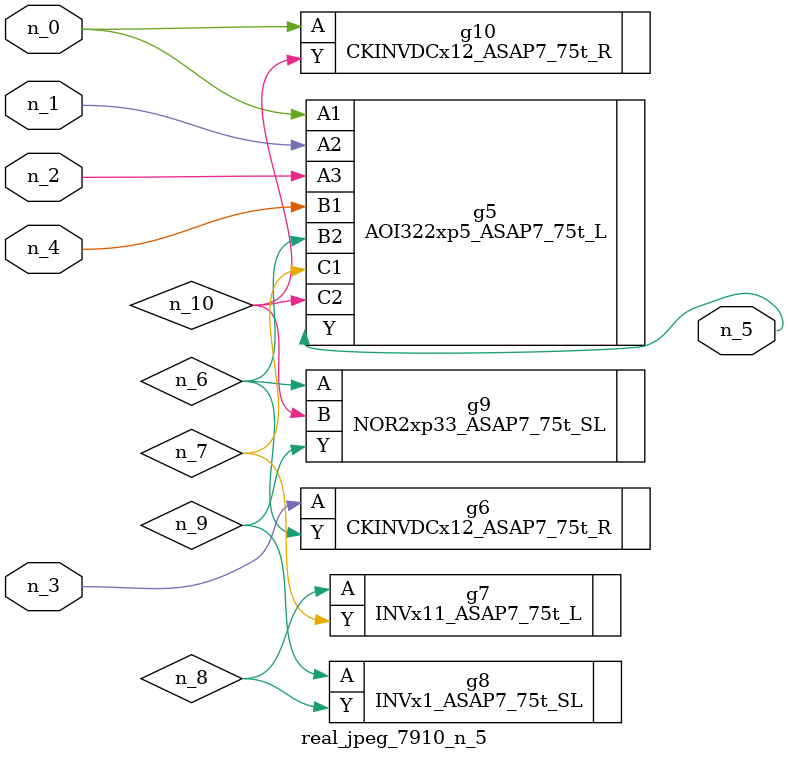
<source format=v>
module real_jpeg_7910_n_5 (n_4, n_0, n_1, n_2, n_3, n_5);

input n_4;
input n_0;
input n_1;
input n_2;
input n_3;

output n_5;

wire n_8;
wire n_6;
wire n_7;
wire n_10;
wire n_9;

AOI322xp5_ASAP7_75t_L g5 ( 
.A1(n_0),
.A2(n_1),
.A3(n_2),
.B1(n_4),
.B2(n_6),
.C1(n_7),
.C2(n_10),
.Y(n_5)
);

CKINVDCx12_ASAP7_75t_R g10 ( 
.A(n_0),
.Y(n_10)
);

CKINVDCx12_ASAP7_75t_R g6 ( 
.A(n_3),
.Y(n_6)
);

NOR2xp33_ASAP7_75t_SL g9 ( 
.A(n_6),
.B(n_10),
.Y(n_9)
);

INVx11_ASAP7_75t_L g7 ( 
.A(n_8),
.Y(n_7)
);

INVx1_ASAP7_75t_SL g8 ( 
.A(n_9),
.Y(n_8)
);


endmodule
</source>
